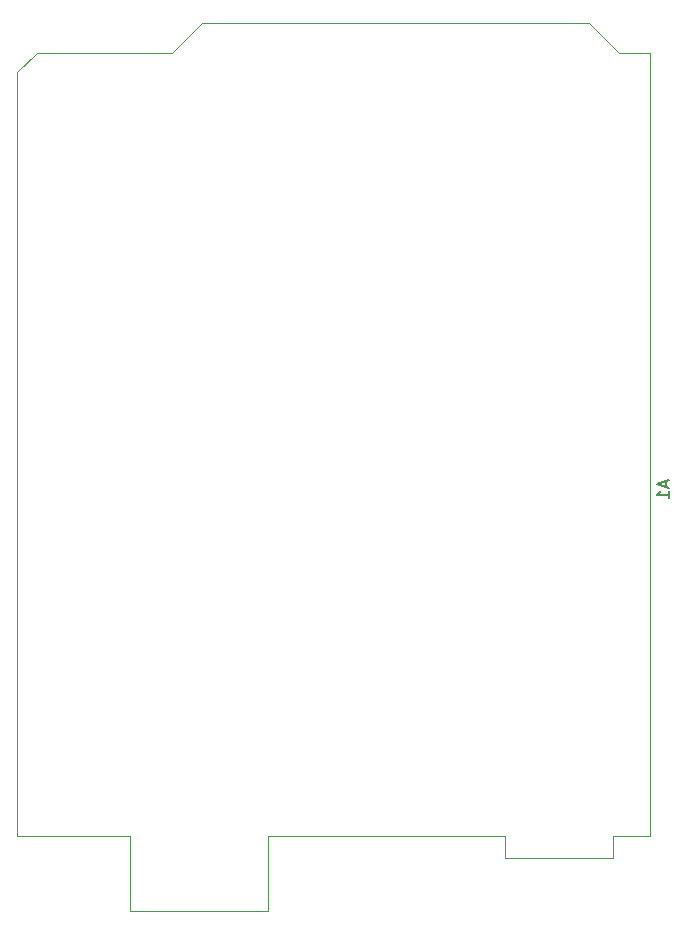
<source format=gbr>
%TF.GenerationSoftware,KiCad,Pcbnew,7.0.9*%
%TF.CreationDate,2024-02-26T09:47:16+09:00*%
%TF.ProjectId,240223_d0345_uno,32343032-3233-45f6-9430-3334355f756e,rev?*%
%TF.SameCoordinates,Original*%
%TF.FileFunction,Legend,Bot*%
%TF.FilePolarity,Positive*%
%FSLAX46Y46*%
G04 Gerber Fmt 4.6, Leading zero omitted, Abs format (unit mm)*
G04 Created by KiCad (PCBNEW 7.0.9) date 2024-02-26 09:47:16*
%MOMM*%
%LPD*%
G01*
G04 APERTURE LIST*
%ADD10C,0.150000*%
%ADD11C,0.120000*%
G04 APERTURE END LIST*
D10*
X198430474Y-85903714D02*
X198430474Y-86379904D01*
X198716189Y-85808476D02*
X197716189Y-86141809D01*
X197716189Y-86141809D02*
X198716189Y-86475142D01*
X198716189Y-87332285D02*
X198716189Y-86760857D01*
X198716189Y-87046571D02*
X197716189Y-87046571D01*
X197716189Y-87046571D02*
X197859046Y-86951333D01*
X197859046Y-86951333D02*
X197954284Y-86856095D01*
X197954284Y-86856095D02*
X198001903Y-86760857D01*
D11*
%TO.C,A1*%
X153051370Y-122308000D02*
X153051370Y-115958000D01*
X164731370Y-122308000D02*
X153051370Y-122308000D01*
X184801370Y-117858000D02*
X184801370Y-115958000D01*
X193941370Y-117858000D02*
X184801370Y-117858000D01*
X143521370Y-115958000D02*
X143521370Y-51308000D01*
X153051370Y-115958000D02*
X143521370Y-115958000D01*
X164731370Y-115958000D02*
X164731370Y-122308000D01*
X184801370Y-115958000D02*
X164731370Y-115958000D01*
X193941370Y-115958000D02*
X193941370Y-117858000D01*
X197121370Y-115958000D02*
X193941370Y-115958000D01*
X143521370Y-51308000D02*
X145171370Y-49658000D01*
X145171370Y-49658000D02*
X156601370Y-49658000D01*
X156601370Y-49658000D02*
X159141370Y-47118000D01*
X194451370Y-49658000D02*
X197121370Y-49658000D01*
X197121370Y-49658000D02*
X197121370Y-115958000D01*
X159141370Y-47118000D02*
X191911370Y-47118000D01*
X191911370Y-47118000D02*
X194451370Y-49658000D01*
%TD*%
M02*

</source>
